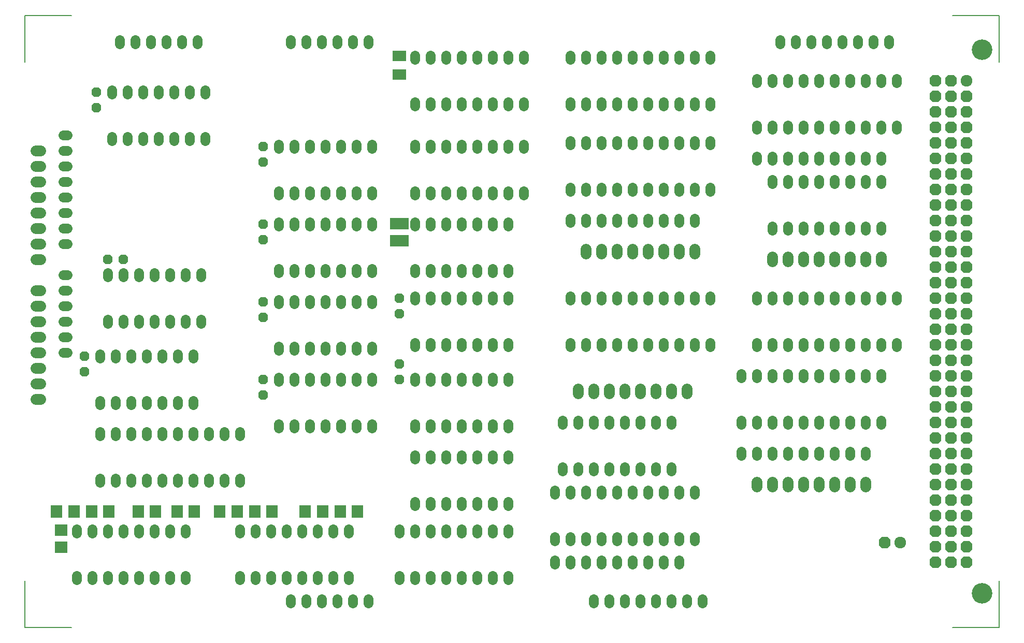
<source format=gts>
G75*
G70*
%OFA0B0*%
%FSLAX24Y24*%
%IPPOS*%
%LPD*%
%AMOC8*
5,1,8,0,0,1.08239X$1,22.5*
%
%ADD10C,0.0624*%
%ADD11R,0.0756X0.0835*%
%ADD12R,0.0756X0.0836*%
%ADD13C,0.0756*%
%ADD14OC8,0.0756*%
%ADD15C,0.1320*%
%ADD16C,0.0060*%
%ADD17C,0.0712*%
%ADD18R,0.0906X0.0709*%
%ADD19R,0.1189X0.0756*%
%ADD20R,0.0835X0.0756*%
%ADD21OC8,0.0624*%
D10*
X008598Y010490D02*
X008598Y010750D01*
X009598Y010750D02*
X009598Y010490D01*
X010598Y010490D02*
X010598Y010750D01*
X011598Y010750D02*
X011598Y010490D01*
X012598Y010490D02*
X012598Y010750D01*
X013598Y010750D02*
X013598Y010490D01*
X014598Y010490D02*
X014598Y010750D01*
X015598Y010750D02*
X015598Y010490D01*
X015598Y013490D02*
X015598Y013750D01*
X014598Y013750D02*
X014598Y013490D01*
X013598Y013490D02*
X013598Y013750D01*
X012598Y013750D02*
X012598Y013490D01*
X011598Y013490D02*
X011598Y013750D01*
X010598Y013750D02*
X010598Y013490D01*
X009598Y013490D02*
X009598Y013750D01*
X008598Y013750D02*
X008598Y013490D01*
X010098Y016740D02*
X010098Y017000D01*
X011098Y017000D02*
X011098Y016740D01*
X012098Y016740D02*
X012098Y017000D01*
X013098Y017000D02*
X013098Y016740D01*
X014098Y016740D02*
X014098Y017000D01*
X015098Y017000D02*
X015098Y016740D01*
X016098Y016740D02*
X016098Y017000D01*
X017098Y017000D02*
X017098Y016740D01*
X018098Y016740D02*
X018098Y017000D01*
X019098Y017000D02*
X019098Y016740D01*
X019098Y013750D02*
X019098Y013490D01*
X020098Y013490D02*
X020098Y013750D01*
X021098Y013750D02*
X021098Y013490D01*
X022098Y013490D02*
X022098Y013750D01*
X023098Y013750D02*
X023098Y013490D01*
X024098Y013490D02*
X024098Y013750D01*
X025098Y013750D02*
X025098Y013490D01*
X026098Y013490D02*
X026098Y013750D01*
X029348Y013750D02*
X029348Y013490D01*
X030348Y013490D02*
X030348Y013750D01*
X031348Y013750D02*
X031348Y013490D01*
X032348Y013490D02*
X032348Y013750D01*
X033348Y013750D02*
X033348Y013490D01*
X034348Y013490D02*
X034348Y013750D01*
X035348Y013750D02*
X035348Y013490D01*
X036348Y013490D02*
X036348Y013750D01*
X036348Y015240D02*
X036348Y015500D01*
X035348Y015500D02*
X035348Y015240D01*
X034348Y015240D02*
X034348Y015500D01*
X033348Y015500D02*
X033348Y015240D01*
X032348Y015240D02*
X032348Y015500D01*
X031348Y015500D02*
X031348Y015240D01*
X030348Y015240D02*
X030348Y015500D01*
X030348Y018240D02*
X030348Y018500D01*
X031348Y018500D02*
X031348Y018240D01*
X032348Y018240D02*
X032348Y018500D01*
X033348Y018500D02*
X033348Y018240D01*
X034348Y018240D02*
X034348Y018500D01*
X035348Y018500D02*
X035348Y018240D01*
X036348Y018240D02*
X036348Y018500D01*
X036348Y020240D02*
X036348Y020500D01*
X035348Y020500D02*
X035348Y020240D01*
X034348Y020240D02*
X034348Y020500D01*
X033348Y020500D02*
X033348Y020240D01*
X032348Y020240D02*
X032348Y020500D01*
X031348Y020500D02*
X031348Y020240D01*
X030348Y020240D02*
X030348Y020500D01*
X027598Y020500D02*
X027598Y020240D01*
X026598Y020240D02*
X026598Y020500D01*
X025598Y020500D02*
X025598Y020240D01*
X024598Y020240D02*
X024598Y020500D01*
X023598Y020500D02*
X023598Y020240D01*
X022598Y020240D02*
X022598Y020500D01*
X021598Y020500D02*
X021598Y020240D01*
X019098Y020000D02*
X019098Y019740D01*
X018098Y019740D02*
X018098Y020000D01*
X017098Y020000D02*
X017098Y019740D01*
X016098Y019740D02*
X016098Y020000D01*
X015098Y020000D02*
X015098Y019740D01*
X014098Y019740D02*
X014098Y020000D01*
X013098Y020000D02*
X013098Y019740D01*
X012098Y019740D02*
X012098Y020000D01*
X011098Y020000D02*
X011098Y019740D01*
X010098Y019740D02*
X010098Y020000D01*
X010098Y021740D02*
X010098Y022000D01*
X011098Y022000D02*
X011098Y021740D01*
X012098Y021740D02*
X012098Y022000D01*
X013098Y022000D02*
X013098Y021740D01*
X014098Y021740D02*
X014098Y022000D01*
X015098Y022000D02*
X015098Y021740D01*
X016098Y021740D02*
X016098Y022000D01*
X016098Y024740D02*
X016098Y025000D01*
X015098Y025000D02*
X015098Y024740D01*
X014098Y024740D02*
X014098Y025000D01*
X013098Y025000D02*
X013098Y024740D01*
X012098Y024740D02*
X012098Y025000D01*
X011098Y025000D02*
X011098Y024740D01*
X010098Y024740D02*
X010098Y025000D01*
X010598Y026990D02*
X010598Y027250D01*
X011598Y027250D02*
X011598Y026990D01*
X012598Y026990D02*
X012598Y027250D01*
X013598Y027250D02*
X013598Y026990D01*
X014598Y026990D02*
X014598Y027250D01*
X015598Y027250D02*
X015598Y026990D01*
X016598Y026990D02*
X016598Y027250D01*
X016598Y029990D02*
X016598Y030250D01*
X015598Y030250D02*
X015598Y029990D01*
X014598Y029990D02*
X014598Y030250D01*
X013598Y030250D02*
X013598Y029990D01*
X012598Y029990D02*
X012598Y030250D01*
X011598Y030250D02*
X011598Y029990D01*
X010598Y029990D02*
X010598Y030250D01*
X007978Y030120D02*
X007718Y030120D01*
X007718Y029120D02*
X007978Y029120D01*
X007978Y028120D02*
X007718Y028120D01*
X007718Y027120D02*
X007978Y027120D01*
X007978Y026120D02*
X007718Y026120D01*
X007718Y025120D02*
X007978Y025120D01*
X007978Y032120D02*
X007718Y032120D01*
X007718Y033120D02*
X007978Y033120D01*
X007978Y034120D02*
X007718Y034120D01*
X007718Y035120D02*
X007978Y035120D01*
X007978Y036120D02*
X007718Y036120D01*
X007718Y037120D02*
X007978Y037120D01*
X007978Y038120D02*
X007718Y038120D01*
X007718Y039120D02*
X007978Y039120D01*
X010848Y039000D02*
X010848Y038740D01*
X011848Y038740D02*
X011848Y039000D01*
X012848Y039000D02*
X012848Y038740D01*
X013848Y038740D02*
X013848Y039000D01*
X014848Y039000D02*
X014848Y038740D01*
X015848Y038740D02*
X015848Y039000D01*
X016848Y039000D02*
X016848Y038740D01*
X016848Y041740D02*
X016848Y042000D01*
X015848Y042000D02*
X015848Y041740D01*
X014848Y041740D02*
X014848Y042000D01*
X013848Y042000D02*
X013848Y041740D01*
X012848Y041740D02*
X012848Y042000D01*
X011848Y042000D02*
X011848Y041740D01*
X010848Y041740D02*
X010848Y042000D01*
X011348Y044990D02*
X011348Y045250D01*
X012348Y045250D02*
X012348Y044990D01*
X013348Y044990D02*
X013348Y045250D01*
X014348Y045250D02*
X014348Y044990D01*
X015348Y044990D02*
X015348Y045250D01*
X016348Y045250D02*
X016348Y044990D01*
X022348Y044990D02*
X022348Y045250D01*
X023348Y045250D02*
X023348Y044990D01*
X024348Y044990D02*
X024348Y045250D01*
X025348Y045250D02*
X025348Y044990D01*
X026348Y044990D02*
X026348Y045250D01*
X027348Y045250D02*
X027348Y044990D01*
X030348Y044250D02*
X030348Y043990D01*
X031348Y043990D02*
X031348Y044250D01*
X032348Y044250D02*
X032348Y043990D01*
X033348Y043990D02*
X033348Y044250D01*
X034348Y044250D02*
X034348Y043990D01*
X035348Y043990D02*
X035348Y044250D01*
X036348Y044250D02*
X036348Y043990D01*
X037348Y043990D02*
X037348Y044250D01*
X040348Y044250D02*
X040348Y043990D01*
X041348Y043990D02*
X041348Y044250D01*
X042348Y044250D02*
X042348Y043990D01*
X043348Y043990D02*
X043348Y044250D01*
X044348Y044250D02*
X044348Y043990D01*
X045348Y043990D02*
X045348Y044250D01*
X046348Y044250D02*
X046348Y043990D01*
X047348Y043990D02*
X047348Y044250D01*
X048348Y044250D02*
X048348Y043990D01*
X049348Y043990D02*
X049348Y044250D01*
X052348Y042750D02*
X052348Y042490D01*
X053348Y042490D02*
X053348Y042750D01*
X054348Y042750D02*
X054348Y042490D01*
X055348Y042490D02*
X055348Y042750D01*
X056348Y042750D02*
X056348Y042490D01*
X057348Y042490D02*
X057348Y042750D01*
X058348Y042750D02*
X058348Y042490D01*
X059348Y042490D02*
X059348Y042750D01*
X060348Y042750D02*
X060348Y042490D01*
X061348Y042490D02*
X061348Y042750D01*
X060848Y044990D02*
X060848Y045250D01*
X059848Y045250D02*
X059848Y044990D01*
X058848Y044990D02*
X058848Y045250D01*
X057848Y045250D02*
X057848Y044990D01*
X056848Y044990D02*
X056848Y045250D01*
X055848Y045250D02*
X055848Y044990D01*
X054848Y044990D02*
X054848Y045250D01*
X053848Y045250D02*
X053848Y044990D01*
X049348Y041250D02*
X049348Y040990D01*
X048348Y040990D02*
X048348Y041250D01*
X047348Y041250D02*
X047348Y040990D01*
X046348Y040990D02*
X046348Y041250D01*
X045348Y041250D02*
X045348Y040990D01*
X044348Y040990D02*
X044348Y041250D01*
X043348Y041250D02*
X043348Y040990D01*
X042348Y040990D02*
X042348Y041250D01*
X041348Y041250D02*
X041348Y040990D01*
X040348Y040990D02*
X040348Y041250D01*
X037348Y041250D02*
X037348Y040990D01*
X036348Y040990D02*
X036348Y041250D01*
X035348Y041250D02*
X035348Y040990D01*
X034348Y040990D02*
X034348Y041250D01*
X033348Y041250D02*
X033348Y040990D01*
X032348Y040990D02*
X032348Y041250D01*
X031348Y041250D02*
X031348Y040990D01*
X030348Y040990D02*
X030348Y041250D01*
X030348Y038500D02*
X030348Y038240D01*
X031348Y038240D02*
X031348Y038500D01*
X032348Y038500D02*
X032348Y038240D01*
X033348Y038240D02*
X033348Y038500D01*
X034348Y038500D02*
X034348Y038240D01*
X035348Y038240D02*
X035348Y038500D01*
X036348Y038500D02*
X036348Y038240D01*
X037348Y038240D02*
X037348Y038500D01*
X040348Y038490D02*
X040348Y038750D01*
X041348Y038750D02*
X041348Y038490D01*
X042348Y038490D02*
X042348Y038750D01*
X043348Y038750D02*
X043348Y038490D01*
X044348Y038490D02*
X044348Y038750D01*
X045348Y038750D02*
X045348Y038490D01*
X046348Y038490D02*
X046348Y038750D01*
X047348Y038750D02*
X047348Y038490D01*
X048348Y038490D02*
X048348Y038750D01*
X049348Y038750D02*
X049348Y038490D01*
X052348Y037750D02*
X052348Y037490D01*
X053348Y037490D02*
X053348Y037750D01*
X054348Y037750D02*
X054348Y037490D01*
X055348Y037490D02*
X055348Y037750D01*
X056348Y037750D02*
X056348Y037490D01*
X057348Y037490D02*
X057348Y037750D01*
X058348Y037750D02*
X058348Y037490D01*
X059348Y037490D02*
X059348Y037750D01*
X060348Y037750D02*
X060348Y037490D01*
X060348Y036250D02*
X060348Y035990D01*
X059348Y035990D02*
X059348Y036250D01*
X058348Y036250D02*
X058348Y035990D01*
X057348Y035990D02*
X057348Y036250D01*
X056348Y036250D02*
X056348Y035990D01*
X055348Y035990D02*
X055348Y036250D01*
X054348Y036250D02*
X054348Y035990D01*
X053348Y035990D02*
X053348Y036250D01*
X053348Y033250D02*
X053348Y032990D01*
X054348Y032990D02*
X054348Y033250D01*
X055348Y033250D02*
X055348Y032990D01*
X056348Y032990D02*
X056348Y033250D01*
X057348Y033250D02*
X057348Y032990D01*
X058348Y032990D02*
X058348Y033250D01*
X059348Y033250D02*
X059348Y032990D01*
X060348Y032990D02*
X060348Y033250D01*
X060348Y028750D02*
X060348Y028490D01*
X061348Y028490D02*
X061348Y028750D01*
X059348Y028750D02*
X059348Y028490D01*
X058348Y028490D02*
X058348Y028750D01*
X057348Y028750D02*
X057348Y028490D01*
X056348Y028490D02*
X056348Y028750D01*
X055348Y028750D02*
X055348Y028490D01*
X054348Y028490D02*
X054348Y028750D01*
X053348Y028750D02*
X053348Y028490D01*
X052348Y028490D02*
X052348Y028750D01*
X049348Y028750D02*
X049348Y028490D01*
X048348Y028490D02*
X048348Y028750D01*
X047348Y028750D02*
X047348Y028490D01*
X046348Y028490D02*
X046348Y028750D01*
X045348Y028750D02*
X045348Y028490D01*
X044348Y028490D02*
X044348Y028750D01*
X043348Y028750D02*
X043348Y028490D01*
X042348Y028490D02*
X042348Y028750D01*
X041348Y028750D02*
X041348Y028490D01*
X040348Y028490D02*
X040348Y028750D01*
X036348Y028750D02*
X036348Y028490D01*
X035348Y028490D02*
X035348Y028750D01*
X034348Y028750D02*
X034348Y028490D01*
X033348Y028490D02*
X033348Y028750D01*
X032348Y028750D02*
X032348Y028490D01*
X031348Y028490D02*
X031348Y028750D01*
X030348Y028750D02*
X030348Y028490D01*
X030348Y030240D02*
X030348Y030500D01*
X031348Y030500D02*
X031348Y030240D01*
X032348Y030240D02*
X032348Y030500D01*
X033348Y030500D02*
X033348Y030240D01*
X034348Y030240D02*
X034348Y030500D01*
X035348Y030500D02*
X035348Y030240D01*
X036348Y030240D02*
X036348Y030500D01*
X036348Y033240D02*
X036348Y033500D01*
X035348Y033500D02*
X035348Y033240D01*
X034348Y033240D02*
X034348Y033500D01*
X033348Y033500D02*
X033348Y033240D01*
X032348Y033240D02*
X032348Y033500D01*
X031348Y033500D02*
X031348Y033240D01*
X030348Y033240D02*
X030348Y033500D01*
X030348Y035240D02*
X030348Y035500D01*
X031348Y035500D02*
X031348Y035240D01*
X032348Y035240D02*
X032348Y035500D01*
X033348Y035500D02*
X033348Y035240D01*
X034348Y035240D02*
X034348Y035500D01*
X035348Y035500D02*
X035348Y035240D01*
X036348Y035240D02*
X036348Y035500D01*
X037348Y035500D02*
X037348Y035240D01*
X040348Y035490D02*
X040348Y035750D01*
X041348Y035750D02*
X041348Y035490D01*
X042348Y035490D02*
X042348Y035750D01*
X043348Y035750D02*
X043348Y035490D01*
X044348Y035490D02*
X044348Y035750D01*
X045348Y035750D02*
X045348Y035490D01*
X046348Y035490D02*
X046348Y035750D01*
X047348Y035750D02*
X047348Y035490D01*
X048348Y035490D02*
X048348Y035750D01*
X049348Y035750D02*
X049348Y035490D01*
X048348Y033750D02*
X048348Y033490D01*
X047348Y033490D02*
X047348Y033750D01*
X046348Y033750D02*
X046348Y033490D01*
X045348Y033490D02*
X045348Y033750D01*
X044348Y033750D02*
X044348Y033490D01*
X043348Y033490D02*
X043348Y033750D01*
X042348Y033750D02*
X042348Y033490D01*
X041348Y033490D02*
X041348Y033750D01*
X040348Y033750D02*
X040348Y033490D01*
X040348Y025750D02*
X040348Y025490D01*
X041348Y025490D02*
X041348Y025750D01*
X042348Y025750D02*
X042348Y025490D01*
X043348Y025490D02*
X043348Y025750D01*
X044348Y025750D02*
X044348Y025490D01*
X045348Y025490D02*
X045348Y025750D01*
X046348Y025750D02*
X046348Y025490D01*
X047348Y025490D02*
X047348Y025750D01*
X048348Y025750D02*
X048348Y025490D01*
X049348Y025490D02*
X049348Y025750D01*
X051348Y023750D02*
X051348Y023490D01*
X052348Y023490D02*
X052348Y023750D01*
X053348Y023750D02*
X053348Y023490D01*
X054348Y023490D02*
X054348Y023750D01*
X055348Y023750D02*
X055348Y023490D01*
X056348Y023490D02*
X056348Y023750D01*
X057348Y023750D02*
X057348Y023490D01*
X058348Y023490D02*
X058348Y023750D01*
X059348Y023750D02*
X059348Y023490D01*
X060348Y023490D02*
X060348Y023750D01*
X060348Y025490D02*
X060348Y025750D01*
X061348Y025750D02*
X061348Y025490D01*
X059348Y025490D02*
X059348Y025750D01*
X058348Y025750D02*
X058348Y025490D01*
X057348Y025490D02*
X057348Y025750D01*
X056348Y025750D02*
X056348Y025490D01*
X055348Y025490D02*
X055348Y025750D01*
X054348Y025750D02*
X054348Y025490D01*
X053348Y025490D02*
X053348Y025750D01*
X052348Y025750D02*
X052348Y025490D01*
X052348Y020750D02*
X052348Y020490D01*
X051348Y020490D02*
X051348Y020750D01*
X053348Y020750D02*
X053348Y020490D01*
X054348Y020490D02*
X054348Y020750D01*
X055348Y020750D02*
X055348Y020490D01*
X056348Y020490D02*
X056348Y020750D01*
X057348Y020750D02*
X057348Y020490D01*
X058348Y020490D02*
X058348Y020750D01*
X059348Y020750D02*
X059348Y020490D01*
X060348Y020490D02*
X060348Y020750D01*
X059348Y018750D02*
X059348Y018490D01*
X058348Y018490D02*
X058348Y018750D01*
X057348Y018750D02*
X057348Y018490D01*
X056348Y018490D02*
X056348Y018750D01*
X055348Y018750D02*
X055348Y018490D01*
X054348Y018490D02*
X054348Y018750D01*
X053348Y018750D02*
X053348Y018490D01*
X052348Y018490D02*
X052348Y018750D01*
X051348Y018750D02*
X051348Y018490D01*
X048348Y016250D02*
X048348Y015990D01*
X047348Y015990D02*
X047348Y016250D01*
X046348Y016250D02*
X046348Y015990D01*
X045348Y015990D02*
X045348Y016250D01*
X044348Y016250D02*
X044348Y015990D01*
X043348Y015990D02*
X043348Y016250D01*
X042348Y016250D02*
X042348Y015990D01*
X041348Y015990D02*
X041348Y016250D01*
X040348Y016250D02*
X040348Y015990D01*
X039348Y015990D02*
X039348Y016250D01*
X039848Y017490D02*
X039848Y017750D01*
X040848Y017750D02*
X040848Y017490D01*
X041848Y017490D02*
X041848Y017750D01*
X042848Y017750D02*
X042848Y017490D01*
X043848Y017490D02*
X043848Y017750D01*
X044848Y017750D02*
X044848Y017490D01*
X045848Y017490D02*
X045848Y017750D01*
X046848Y017750D02*
X046848Y017490D01*
X046848Y020490D02*
X046848Y020750D01*
X045848Y020750D02*
X045848Y020490D01*
X044848Y020490D02*
X044848Y020750D01*
X043848Y020750D02*
X043848Y020490D01*
X042848Y020490D02*
X042848Y020750D01*
X041848Y020750D02*
X041848Y020490D01*
X040848Y020490D02*
X040848Y020750D01*
X039848Y020750D02*
X039848Y020490D01*
X036348Y023240D02*
X036348Y023500D01*
X035348Y023500D02*
X035348Y023240D01*
X034348Y023240D02*
X034348Y023500D01*
X033348Y023500D02*
X033348Y023240D01*
X032348Y023240D02*
X032348Y023500D01*
X031348Y023500D02*
X031348Y023240D01*
X030348Y023240D02*
X030348Y023500D01*
X030348Y025490D02*
X030348Y025750D01*
X031348Y025750D02*
X031348Y025490D01*
X032348Y025490D02*
X032348Y025750D01*
X033348Y025750D02*
X033348Y025490D01*
X034348Y025490D02*
X034348Y025750D01*
X035348Y025750D02*
X035348Y025490D01*
X036348Y025490D02*
X036348Y025750D01*
X027598Y025500D02*
X027598Y025240D01*
X026598Y025240D02*
X026598Y025500D01*
X025598Y025500D02*
X025598Y025240D01*
X024598Y025240D02*
X024598Y025500D01*
X023598Y025500D02*
X023598Y025240D01*
X022598Y025240D02*
X022598Y025500D01*
X021598Y025500D02*
X021598Y025240D01*
X021598Y023500D02*
X021598Y023240D01*
X022598Y023240D02*
X022598Y023500D01*
X023598Y023500D02*
X023598Y023240D01*
X024598Y023240D02*
X024598Y023500D01*
X025598Y023500D02*
X025598Y023240D01*
X026598Y023240D02*
X026598Y023500D01*
X027598Y023500D02*
X027598Y023240D01*
X027598Y028240D02*
X027598Y028500D01*
X026598Y028500D02*
X026598Y028240D01*
X025598Y028240D02*
X025598Y028500D01*
X024598Y028500D02*
X024598Y028240D01*
X023598Y028240D02*
X023598Y028500D01*
X022598Y028500D02*
X022598Y028240D01*
X021598Y028240D02*
X021598Y028500D01*
X021598Y030240D02*
X021598Y030500D01*
X022598Y030500D02*
X022598Y030240D01*
X023598Y030240D02*
X023598Y030500D01*
X024598Y030500D02*
X024598Y030240D01*
X025598Y030240D02*
X025598Y030500D01*
X026598Y030500D02*
X026598Y030240D01*
X027598Y030240D02*
X027598Y030500D01*
X027598Y033240D02*
X027598Y033500D01*
X026598Y033500D02*
X026598Y033240D01*
X025598Y033240D02*
X025598Y033500D01*
X024598Y033500D02*
X024598Y033240D01*
X023598Y033240D02*
X023598Y033500D01*
X022598Y033500D02*
X022598Y033240D01*
X021598Y033240D02*
X021598Y033500D01*
X021598Y035240D02*
X021598Y035500D01*
X022598Y035500D02*
X022598Y035240D01*
X023598Y035240D02*
X023598Y035500D01*
X024598Y035500D02*
X024598Y035240D01*
X025598Y035240D02*
X025598Y035500D01*
X026598Y035500D02*
X026598Y035240D01*
X027598Y035240D02*
X027598Y035500D01*
X027598Y038240D02*
X027598Y038500D01*
X026598Y038500D02*
X026598Y038240D01*
X025598Y038240D02*
X025598Y038500D01*
X024598Y038500D02*
X024598Y038240D01*
X023598Y038240D02*
X023598Y038500D01*
X022598Y038500D02*
X022598Y038240D01*
X021598Y038240D02*
X021598Y038500D01*
X052348Y039490D02*
X052348Y039750D01*
X053348Y039750D02*
X053348Y039490D01*
X054348Y039490D02*
X054348Y039750D01*
X055348Y039750D02*
X055348Y039490D01*
X056348Y039490D02*
X056348Y039750D01*
X057348Y039750D02*
X057348Y039490D01*
X058348Y039490D02*
X058348Y039750D01*
X059348Y039750D02*
X059348Y039490D01*
X060348Y039490D02*
X060348Y039750D01*
X061348Y039750D02*
X061348Y039490D01*
X048348Y013250D02*
X048348Y012990D01*
X047348Y012990D02*
X047348Y013250D01*
X046348Y013250D02*
X046348Y012990D01*
X045348Y012990D02*
X045348Y013250D01*
X044348Y013250D02*
X044348Y012990D01*
X043348Y012990D02*
X043348Y013250D01*
X042348Y013250D02*
X042348Y012990D01*
X041348Y012990D02*
X041348Y013250D01*
X040348Y013250D02*
X040348Y012990D01*
X039348Y012990D02*
X039348Y013250D01*
X039348Y011750D02*
X039348Y011490D01*
X040348Y011490D02*
X040348Y011750D01*
X041348Y011750D02*
X041348Y011490D01*
X042348Y011490D02*
X042348Y011750D01*
X043348Y011750D02*
X043348Y011490D01*
X044348Y011490D02*
X044348Y011750D01*
X045348Y011750D02*
X045348Y011490D01*
X046348Y011490D02*
X046348Y011750D01*
X047348Y011750D02*
X047348Y011490D01*
X047848Y009250D02*
X047848Y008990D01*
X048848Y008990D02*
X048848Y009250D01*
X046848Y009250D02*
X046848Y008990D01*
X045848Y008990D02*
X045848Y009250D01*
X044848Y009250D02*
X044848Y008990D01*
X043848Y008990D02*
X043848Y009250D01*
X042848Y009250D02*
X042848Y008990D01*
X041848Y008990D02*
X041848Y009250D01*
X036348Y010490D02*
X036348Y010750D01*
X035348Y010750D02*
X035348Y010490D01*
X034348Y010490D02*
X034348Y010750D01*
X033348Y010750D02*
X033348Y010490D01*
X032348Y010490D02*
X032348Y010750D01*
X031348Y010750D02*
X031348Y010490D01*
X030348Y010490D02*
X030348Y010750D01*
X029348Y010750D02*
X029348Y010490D01*
X027348Y009250D02*
X027348Y008990D01*
X026348Y008990D02*
X026348Y009250D01*
X025348Y009250D02*
X025348Y008990D01*
X024348Y008990D02*
X024348Y009250D01*
X023348Y009250D02*
X023348Y008990D01*
X022348Y008990D02*
X022348Y009250D01*
X022098Y010490D02*
X022098Y010750D01*
X023098Y010750D02*
X023098Y010490D01*
X024098Y010490D02*
X024098Y010750D01*
X025098Y010750D02*
X025098Y010490D01*
X026098Y010490D02*
X026098Y010750D01*
X021098Y010750D02*
X021098Y010490D01*
X020098Y010490D02*
X020098Y010750D01*
X019098Y010750D02*
X019098Y010490D01*
D11*
X018899Y014870D03*
X017797Y014870D03*
X016149Y014870D03*
X015047Y014870D03*
X010649Y014870D03*
X009547Y014870D03*
X008399Y014870D03*
X007297Y014870D03*
X020047Y014870D03*
X021149Y014870D03*
X025547Y014870D03*
X026649Y014870D03*
D12*
X024408Y014870D03*
X023288Y014870D03*
X013658Y014870D03*
X012538Y014870D03*
D13*
X061598Y012870D03*
X065848Y042620D03*
D14*
X064848Y042620D03*
X063848Y042620D03*
X063848Y041620D03*
X064848Y041620D03*
X065848Y041620D03*
X065848Y040620D03*
X064848Y040620D03*
X064848Y039620D03*
X065848Y039620D03*
X065848Y038620D03*
X064848Y038620D03*
X063848Y038620D03*
X063848Y039620D03*
X063848Y040620D03*
X063848Y037620D03*
X064848Y037620D03*
X065848Y037620D03*
X065848Y036620D03*
X064848Y036620D03*
X063848Y036620D03*
X063848Y035620D03*
X064848Y035620D03*
X065848Y035620D03*
X065848Y034620D03*
X064848Y034620D03*
X063848Y034620D03*
X063848Y033620D03*
X063848Y032620D03*
X064848Y032620D03*
X064848Y033620D03*
X065848Y033620D03*
X065848Y032620D03*
X065848Y031620D03*
X064848Y031620D03*
X063848Y031620D03*
X063848Y030620D03*
X064848Y030620D03*
X065848Y030620D03*
X065848Y029620D03*
X064848Y029620D03*
X063848Y029620D03*
X063848Y028620D03*
X064848Y028620D03*
X065848Y028620D03*
X065848Y027620D03*
X064848Y027620D03*
X064848Y026620D03*
X065848Y026620D03*
X065848Y025620D03*
X064848Y025620D03*
X063848Y025620D03*
X063848Y026620D03*
X063848Y027620D03*
X063848Y024620D03*
X064848Y024620D03*
X065848Y024620D03*
X065848Y023620D03*
X064848Y023620D03*
X063848Y023620D03*
X063848Y022620D03*
X064848Y022620D03*
X065848Y022620D03*
X065848Y021620D03*
X064848Y021620D03*
X064848Y020620D03*
X065848Y020620D03*
X065848Y019620D03*
X064848Y019620D03*
X063848Y019620D03*
X063848Y020620D03*
X063848Y021620D03*
X063848Y018620D03*
X064848Y018620D03*
X065848Y018620D03*
X065848Y017620D03*
X064848Y017620D03*
X063848Y017620D03*
X063848Y016620D03*
X064848Y016620D03*
X065848Y016620D03*
X065848Y015620D03*
X064848Y015620D03*
X063848Y015620D03*
X063848Y014620D03*
X063848Y013620D03*
X064848Y013620D03*
X064848Y014620D03*
X065848Y014620D03*
X065848Y013620D03*
X065848Y012620D03*
X064848Y012620D03*
X063848Y012620D03*
X063848Y011620D03*
X064848Y011620D03*
X065848Y011620D03*
X060598Y012870D03*
D15*
X066848Y009620D03*
X066848Y044620D03*
D16*
X005248Y010430D02*
X005248Y007430D01*
X008248Y007430D01*
X005248Y043810D02*
X005248Y046810D01*
X008248Y046810D01*
X064948Y046810D02*
X067948Y046810D01*
X067948Y043810D01*
X067948Y010430D02*
X067948Y007430D01*
X064948Y007430D01*
D17*
X059348Y016471D02*
X059348Y016768D01*
X058348Y016768D02*
X058348Y016471D01*
X057348Y016471D02*
X057348Y016768D01*
X056348Y016768D02*
X056348Y016471D01*
X055348Y016471D02*
X055348Y016768D01*
X054348Y016768D02*
X054348Y016471D01*
X053348Y016471D02*
X053348Y016768D01*
X052348Y016768D02*
X052348Y016471D01*
X047848Y022471D02*
X047848Y022768D01*
X046848Y022768D02*
X046848Y022471D01*
X045848Y022471D02*
X045848Y022768D01*
X044848Y022768D02*
X044848Y022471D01*
X043848Y022471D02*
X043848Y022768D01*
X042848Y022768D02*
X042848Y022471D01*
X041848Y022471D02*
X041848Y022768D01*
X040848Y022768D02*
X040848Y022471D01*
X041348Y031471D02*
X041348Y031768D01*
X042348Y031768D02*
X042348Y031471D01*
X043348Y031471D02*
X043348Y031768D01*
X044348Y031768D02*
X044348Y031471D01*
X045348Y031471D02*
X045348Y031768D01*
X046348Y031768D02*
X046348Y031471D01*
X047348Y031471D02*
X047348Y031768D01*
X048348Y031768D02*
X048348Y031471D01*
X053348Y031268D02*
X053348Y030971D01*
X054348Y030971D02*
X054348Y031268D01*
X055348Y031268D02*
X055348Y030971D01*
X056348Y030971D02*
X056348Y031268D01*
X057348Y031268D02*
X057348Y030971D01*
X058348Y030971D02*
X058348Y031268D01*
X059348Y031268D02*
X059348Y030971D01*
X060348Y030971D02*
X060348Y031268D01*
X006246Y031120D02*
X005949Y031120D01*
X005949Y032120D02*
X006246Y032120D01*
X006246Y033120D02*
X005949Y033120D01*
X005949Y034120D02*
X006246Y034120D01*
X006246Y035120D02*
X005949Y035120D01*
X005949Y036120D02*
X006246Y036120D01*
X006246Y037120D02*
X005949Y037120D01*
X005949Y038120D02*
X006246Y038120D01*
X006246Y029120D02*
X005949Y029120D01*
X005949Y028120D02*
X006246Y028120D01*
X006246Y027120D02*
X005949Y027120D01*
X005949Y026120D02*
X006246Y026120D01*
X006246Y025120D02*
X005949Y025120D01*
X005949Y024120D02*
X006246Y024120D01*
X006246Y023120D02*
X005949Y023120D01*
X005949Y022120D02*
X006246Y022120D01*
D18*
X029348Y043029D03*
X029348Y044210D03*
D19*
X029348Y033421D03*
X029348Y032318D03*
D20*
X007598Y013671D03*
X007598Y012568D03*
D21*
X020598Y022370D03*
X020598Y023370D03*
X020598Y027370D03*
X020598Y028370D03*
X020598Y032370D03*
X020598Y033370D03*
X020598Y037370D03*
X020598Y038370D03*
X011598Y031120D03*
X010598Y031120D03*
X009098Y024870D03*
X009098Y023870D03*
X029348Y024370D03*
X029348Y023370D03*
X029348Y027620D03*
X029348Y028620D03*
X009848Y040870D03*
X009848Y041870D03*
M02*

</source>
